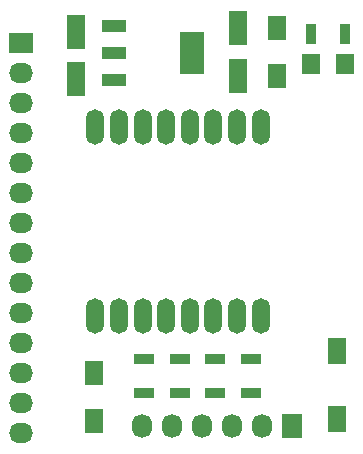
<source format=gbr>
G04 #@! TF.FileFunction,Soldermask,Top*
%FSLAX46Y46*%
G04 Gerber Fmt 4.6, Leading zero omitted, Abs format (unit mm)*
G04 Created by KiCad (PCBNEW (2015-06-25 BZR 5821)-product) date Tue 19 Apr 2016 11:43:48 CEST*
%MOMM*%
G01*
G04 APERTURE LIST*
%ADD10C,0.100000*%
%ADD11R,1.597660X1.800860*%
%ADD12R,1.727200X2.032000*%
%ADD13O,1.727200X2.032000*%
%ADD14R,2.032000X1.727200*%
%ADD15O,2.032000X1.727200*%
%ADD16R,1.501140X2.999740*%
%ADD17R,1.600000X2.000000*%
%ADD18R,1.700000X0.900000*%
%ADD19R,2.032000X3.657600*%
%ADD20R,2.032000X1.016000*%
%ADD21O,1.524000X3.000000*%
%ADD22R,0.900000X1.700000*%
%ADD23R,1.600000X2.180000*%
G04 APERTURE END LIST*
D10*
D11*
X137010140Y-107188000D03*
X139849860Y-107188000D03*
D12*
X135359000Y-137850000D03*
D13*
X132819000Y-137850000D03*
X130279000Y-137850000D03*
X127739000Y-137850000D03*
X125199000Y-137850000D03*
X122659000Y-137850000D03*
D14*
X112395000Y-105410000D03*
D15*
X112395000Y-107950000D03*
X112395000Y-110490000D03*
X112395000Y-113030000D03*
X112395000Y-115570000D03*
X112395000Y-118110000D03*
X112395000Y-120650000D03*
X112395000Y-123190000D03*
X112395000Y-125730000D03*
X112395000Y-128270000D03*
X112395000Y-130810000D03*
X112395000Y-133350000D03*
X112395000Y-135890000D03*
X112395000Y-138430000D03*
D16*
X117094000Y-104460040D03*
X117094000Y-108458000D03*
X130810000Y-104173020D03*
X130810000Y-108170980D03*
D17*
X134112000Y-108172000D03*
X134112000Y-104172000D03*
X118618000Y-137382000D03*
X118618000Y-133382000D03*
D18*
X122859000Y-135050000D03*
X122859000Y-132150000D03*
D19*
X126873000Y-106299000D03*
D20*
X120269000Y-106299000D03*
X120269000Y-108585000D03*
X120269000Y-104013000D03*
D21*
X118714000Y-112522000D03*
X120714000Y-112522000D03*
X122714000Y-112522000D03*
X124714000Y-112522000D03*
X126714000Y-112522000D03*
X128714000Y-112522000D03*
X130714000Y-112522000D03*
X132714000Y-112522000D03*
X118714000Y-128522000D03*
X120714000Y-128522000D03*
X122714000Y-128522000D03*
X124714000Y-128522000D03*
X126714000Y-128522000D03*
X128714000Y-128522000D03*
X130714000Y-128522000D03*
X132714000Y-128522000D03*
D22*
X139880000Y-104648000D03*
X136980000Y-104648000D03*
D23*
X139194320Y-131466000D03*
X139189680Y-137266000D03*
D18*
X128859000Y-135050000D03*
X128859000Y-132150000D03*
X131859000Y-135050000D03*
X131859000Y-132150000D03*
X125859000Y-132150000D03*
X125859000Y-135050000D03*
M02*

</source>
